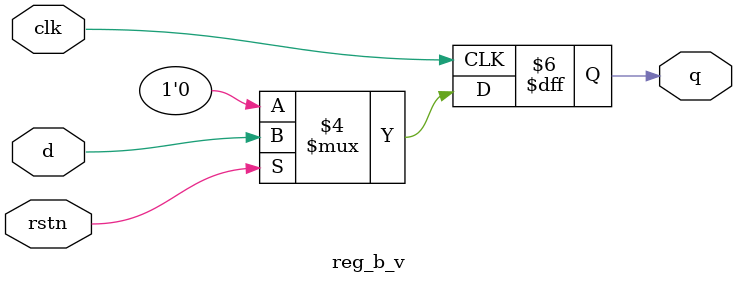
<source format=v>
module reg_b_v (
    input clk,
    input rstn,
    input d,
    output reg q);

always @(posedge clk)
    if (!rstn)
        q <= 0;
    else begin
        q <= d;
    end
endmodule

</source>
